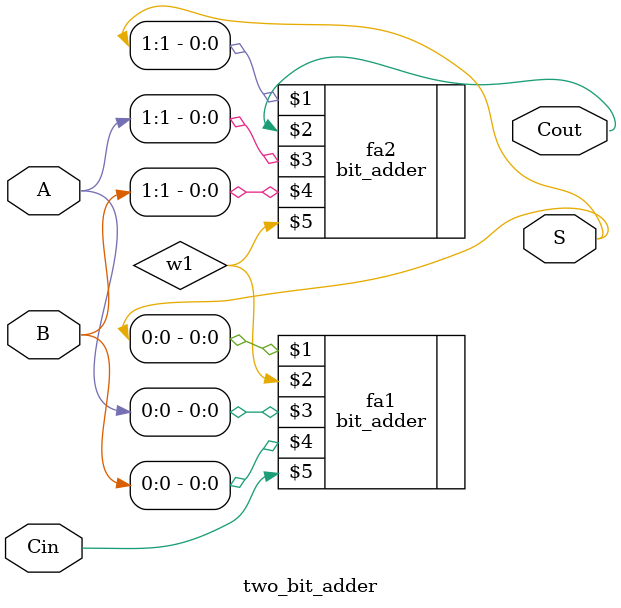
<source format=v>
module two_bit_adder(S, Cout, A, B, Cin);
    input [1:0] A, B;
    input Cin;
    output [1:0] S;
    output Cout;
    
    wire w1;
    
    bit_adder fa1(S[0], w1, A[0], B[0], Cin);
    bit_adder fa2(S[1], Cout, A[1], B[1], w1);
endmodule
</source>
